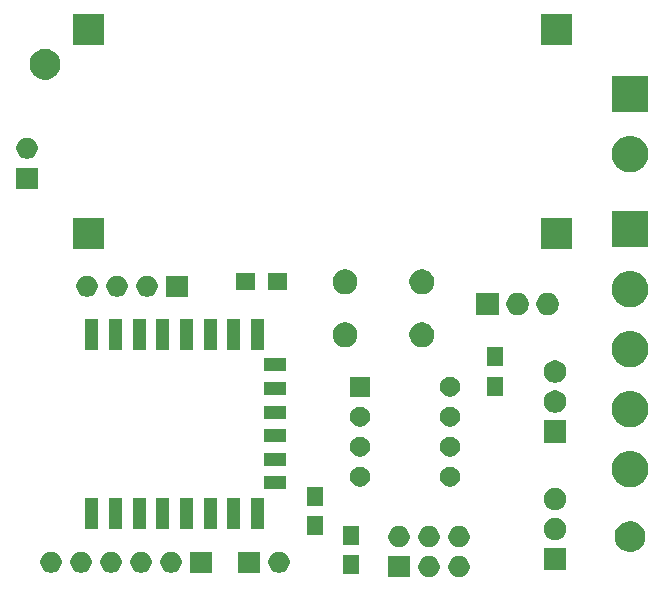
<source format=gts>
G04 #@! TF.GenerationSoftware,KiCad,Pcbnew,(5.1.5)-3*
G04 #@! TF.CreationDate,2020-04-09T15:05:06+03:00*
G04 #@! TF.ProjectId,DCDimmer,44434469-6d6d-4657-922e-6b696361645f,rev?*
G04 #@! TF.SameCoordinates,Original*
G04 #@! TF.FileFunction,Soldermask,Top*
G04 #@! TF.FilePolarity,Negative*
%FSLAX46Y46*%
G04 Gerber Fmt 4.6, Leading zero omitted, Abs format (unit mm)*
G04 Created by KiCad (PCBNEW (5.1.5)-3) date 2020-04-09 15:05:06*
%MOMM*%
%LPD*%
G04 APERTURE LIST*
%ADD10C,0.100000*%
G04 APERTURE END LIST*
D10*
G36*
X137553000Y-119646000D02*
G01*
X135751000Y-119646000D01*
X135751000Y-117844000D01*
X137553000Y-117844000D01*
X137553000Y-119646000D01*
G37*
G36*
X139305512Y-117848927D02*
G01*
X139454812Y-117878624D01*
X139618784Y-117946544D01*
X139766354Y-118045147D01*
X139891853Y-118170646D01*
X139990456Y-118318216D01*
X140058376Y-118482188D01*
X140093000Y-118656259D01*
X140093000Y-118833741D01*
X140058376Y-119007812D01*
X139990456Y-119171784D01*
X139891853Y-119319354D01*
X139766354Y-119444853D01*
X139618784Y-119543456D01*
X139454812Y-119611376D01*
X139305512Y-119641073D01*
X139280742Y-119646000D01*
X139103258Y-119646000D01*
X139078488Y-119641073D01*
X138929188Y-119611376D01*
X138765216Y-119543456D01*
X138617646Y-119444853D01*
X138492147Y-119319354D01*
X138393544Y-119171784D01*
X138325624Y-119007812D01*
X138291000Y-118833741D01*
X138291000Y-118656259D01*
X138325624Y-118482188D01*
X138393544Y-118318216D01*
X138492147Y-118170646D01*
X138617646Y-118045147D01*
X138765216Y-117946544D01*
X138929188Y-117878624D01*
X139078488Y-117848927D01*
X139103258Y-117844000D01*
X139280742Y-117844000D01*
X139305512Y-117848927D01*
G37*
G36*
X141845512Y-117848927D02*
G01*
X141994812Y-117878624D01*
X142158784Y-117946544D01*
X142306354Y-118045147D01*
X142431853Y-118170646D01*
X142530456Y-118318216D01*
X142598376Y-118482188D01*
X142633000Y-118656259D01*
X142633000Y-118833741D01*
X142598376Y-119007812D01*
X142530456Y-119171784D01*
X142431853Y-119319354D01*
X142306354Y-119444853D01*
X142158784Y-119543456D01*
X141994812Y-119611376D01*
X141845512Y-119641073D01*
X141820742Y-119646000D01*
X141643258Y-119646000D01*
X141618488Y-119641073D01*
X141469188Y-119611376D01*
X141305216Y-119543456D01*
X141157646Y-119444853D01*
X141032147Y-119319354D01*
X140933544Y-119171784D01*
X140865624Y-119007812D01*
X140831000Y-118833741D01*
X140831000Y-118656259D01*
X140865624Y-118482188D01*
X140933544Y-118318216D01*
X141032147Y-118170646D01*
X141157646Y-118045147D01*
X141305216Y-117946544D01*
X141469188Y-117878624D01*
X141618488Y-117848927D01*
X141643258Y-117844000D01*
X141820742Y-117844000D01*
X141845512Y-117848927D01*
G37*
G36*
X133264000Y-119399000D02*
G01*
X131912000Y-119399000D01*
X131912000Y-117797000D01*
X133264000Y-117797000D01*
X133264000Y-119399000D01*
G37*
G36*
X120789000Y-119265000D02*
G01*
X118987000Y-119265000D01*
X118987000Y-117463000D01*
X120789000Y-117463000D01*
X120789000Y-119265000D01*
G37*
G36*
X117461512Y-117467927D02*
G01*
X117610812Y-117497624D01*
X117774784Y-117565544D01*
X117922354Y-117664147D01*
X118047853Y-117789646D01*
X118146456Y-117937216D01*
X118214376Y-118101188D01*
X118249000Y-118275259D01*
X118249000Y-118452741D01*
X118214376Y-118626812D01*
X118146456Y-118790784D01*
X118047853Y-118938354D01*
X117922354Y-119063853D01*
X117774784Y-119162456D01*
X117610812Y-119230376D01*
X117461512Y-119260073D01*
X117436742Y-119265000D01*
X117259258Y-119265000D01*
X117234488Y-119260073D01*
X117085188Y-119230376D01*
X116921216Y-119162456D01*
X116773646Y-119063853D01*
X116648147Y-118938354D01*
X116549544Y-118790784D01*
X116481624Y-118626812D01*
X116447000Y-118452741D01*
X116447000Y-118275259D01*
X116481624Y-118101188D01*
X116549544Y-117937216D01*
X116648147Y-117789646D01*
X116773646Y-117664147D01*
X116921216Y-117565544D01*
X117085188Y-117497624D01*
X117234488Y-117467927D01*
X117259258Y-117463000D01*
X117436742Y-117463000D01*
X117461512Y-117467927D01*
G37*
G36*
X114921512Y-117467927D02*
G01*
X115070812Y-117497624D01*
X115234784Y-117565544D01*
X115382354Y-117664147D01*
X115507853Y-117789646D01*
X115606456Y-117937216D01*
X115674376Y-118101188D01*
X115709000Y-118275259D01*
X115709000Y-118452741D01*
X115674376Y-118626812D01*
X115606456Y-118790784D01*
X115507853Y-118938354D01*
X115382354Y-119063853D01*
X115234784Y-119162456D01*
X115070812Y-119230376D01*
X114921512Y-119260073D01*
X114896742Y-119265000D01*
X114719258Y-119265000D01*
X114694488Y-119260073D01*
X114545188Y-119230376D01*
X114381216Y-119162456D01*
X114233646Y-119063853D01*
X114108147Y-118938354D01*
X114009544Y-118790784D01*
X113941624Y-118626812D01*
X113907000Y-118452741D01*
X113907000Y-118275259D01*
X113941624Y-118101188D01*
X114009544Y-117937216D01*
X114108147Y-117789646D01*
X114233646Y-117664147D01*
X114381216Y-117565544D01*
X114545188Y-117497624D01*
X114694488Y-117467927D01*
X114719258Y-117463000D01*
X114896742Y-117463000D01*
X114921512Y-117467927D01*
G37*
G36*
X112381512Y-117467927D02*
G01*
X112530812Y-117497624D01*
X112694784Y-117565544D01*
X112842354Y-117664147D01*
X112967853Y-117789646D01*
X113066456Y-117937216D01*
X113134376Y-118101188D01*
X113169000Y-118275259D01*
X113169000Y-118452741D01*
X113134376Y-118626812D01*
X113066456Y-118790784D01*
X112967853Y-118938354D01*
X112842354Y-119063853D01*
X112694784Y-119162456D01*
X112530812Y-119230376D01*
X112381512Y-119260073D01*
X112356742Y-119265000D01*
X112179258Y-119265000D01*
X112154488Y-119260073D01*
X112005188Y-119230376D01*
X111841216Y-119162456D01*
X111693646Y-119063853D01*
X111568147Y-118938354D01*
X111469544Y-118790784D01*
X111401624Y-118626812D01*
X111367000Y-118452741D01*
X111367000Y-118275259D01*
X111401624Y-118101188D01*
X111469544Y-117937216D01*
X111568147Y-117789646D01*
X111693646Y-117664147D01*
X111841216Y-117565544D01*
X112005188Y-117497624D01*
X112154488Y-117467927D01*
X112179258Y-117463000D01*
X112356742Y-117463000D01*
X112381512Y-117467927D01*
G37*
G36*
X109841512Y-117467927D02*
G01*
X109990812Y-117497624D01*
X110154784Y-117565544D01*
X110302354Y-117664147D01*
X110427853Y-117789646D01*
X110526456Y-117937216D01*
X110594376Y-118101188D01*
X110629000Y-118275259D01*
X110629000Y-118452741D01*
X110594376Y-118626812D01*
X110526456Y-118790784D01*
X110427853Y-118938354D01*
X110302354Y-119063853D01*
X110154784Y-119162456D01*
X109990812Y-119230376D01*
X109841512Y-119260073D01*
X109816742Y-119265000D01*
X109639258Y-119265000D01*
X109614488Y-119260073D01*
X109465188Y-119230376D01*
X109301216Y-119162456D01*
X109153646Y-119063853D01*
X109028147Y-118938354D01*
X108929544Y-118790784D01*
X108861624Y-118626812D01*
X108827000Y-118452741D01*
X108827000Y-118275259D01*
X108861624Y-118101188D01*
X108929544Y-117937216D01*
X109028147Y-117789646D01*
X109153646Y-117664147D01*
X109301216Y-117565544D01*
X109465188Y-117497624D01*
X109614488Y-117467927D01*
X109639258Y-117463000D01*
X109816742Y-117463000D01*
X109841512Y-117467927D01*
G37*
G36*
X107301512Y-117467927D02*
G01*
X107450812Y-117497624D01*
X107614784Y-117565544D01*
X107762354Y-117664147D01*
X107887853Y-117789646D01*
X107986456Y-117937216D01*
X108054376Y-118101188D01*
X108089000Y-118275259D01*
X108089000Y-118452741D01*
X108054376Y-118626812D01*
X107986456Y-118790784D01*
X107887853Y-118938354D01*
X107762354Y-119063853D01*
X107614784Y-119162456D01*
X107450812Y-119230376D01*
X107301512Y-119260073D01*
X107276742Y-119265000D01*
X107099258Y-119265000D01*
X107074488Y-119260073D01*
X106925188Y-119230376D01*
X106761216Y-119162456D01*
X106613646Y-119063853D01*
X106488147Y-118938354D01*
X106389544Y-118790784D01*
X106321624Y-118626812D01*
X106287000Y-118452741D01*
X106287000Y-118275259D01*
X106321624Y-118101188D01*
X106389544Y-117937216D01*
X106488147Y-117789646D01*
X106613646Y-117664147D01*
X106761216Y-117565544D01*
X106925188Y-117497624D01*
X107074488Y-117467927D01*
X107099258Y-117463000D01*
X107276742Y-117463000D01*
X107301512Y-117467927D01*
G37*
G36*
X124853000Y-119265000D02*
G01*
X123051000Y-119265000D01*
X123051000Y-117463000D01*
X124853000Y-117463000D01*
X124853000Y-119265000D01*
G37*
G36*
X126605512Y-117467927D02*
G01*
X126754812Y-117497624D01*
X126918784Y-117565544D01*
X127066354Y-117664147D01*
X127191853Y-117789646D01*
X127290456Y-117937216D01*
X127358376Y-118101188D01*
X127393000Y-118275259D01*
X127393000Y-118452741D01*
X127358376Y-118626812D01*
X127290456Y-118790784D01*
X127191853Y-118938354D01*
X127066354Y-119063853D01*
X126918784Y-119162456D01*
X126754812Y-119230376D01*
X126605512Y-119260073D01*
X126580742Y-119265000D01*
X126403258Y-119265000D01*
X126378488Y-119260073D01*
X126229188Y-119230376D01*
X126065216Y-119162456D01*
X125917646Y-119063853D01*
X125792147Y-118938354D01*
X125693544Y-118790784D01*
X125625624Y-118626812D01*
X125591000Y-118452741D01*
X125591000Y-118275259D01*
X125625624Y-118101188D01*
X125693544Y-117937216D01*
X125792147Y-117789646D01*
X125917646Y-117664147D01*
X126065216Y-117565544D01*
X126229188Y-117497624D01*
X126378488Y-117467927D01*
X126403258Y-117463000D01*
X126580742Y-117463000D01*
X126605512Y-117467927D01*
G37*
G36*
X150811000Y-119061000D02*
G01*
X148909000Y-119061000D01*
X148909000Y-117159000D01*
X150811000Y-117159000D01*
X150811000Y-119061000D01*
G37*
G36*
X156589487Y-114953996D02*
G01*
X156826253Y-115052068D01*
X156826255Y-115052069D01*
X157039339Y-115194447D01*
X157220553Y-115375661D01*
X157307073Y-115505147D01*
X157362932Y-115588747D01*
X157461004Y-115825513D01*
X157511000Y-116076861D01*
X157511000Y-116333139D01*
X157461004Y-116584487D01*
X157380287Y-116779354D01*
X157362931Y-116821255D01*
X157220553Y-117034339D01*
X157039339Y-117215553D01*
X156826255Y-117357931D01*
X156826254Y-117357932D01*
X156826253Y-117357932D01*
X156589487Y-117456004D01*
X156338139Y-117506000D01*
X156081861Y-117506000D01*
X155830513Y-117456004D01*
X155593747Y-117357932D01*
X155593746Y-117357932D01*
X155593745Y-117357931D01*
X155380661Y-117215553D01*
X155199447Y-117034339D01*
X155057069Y-116821255D01*
X155039713Y-116779354D01*
X154958996Y-116584487D01*
X154909000Y-116333139D01*
X154909000Y-116076861D01*
X154958996Y-115825513D01*
X155057068Y-115588747D01*
X155112928Y-115505147D01*
X155199447Y-115375661D01*
X155380661Y-115194447D01*
X155593745Y-115052069D01*
X155593747Y-115052068D01*
X155830513Y-114953996D01*
X156081861Y-114904000D01*
X156338139Y-114904000D01*
X156589487Y-114953996D01*
G37*
G36*
X136765512Y-115308927D02*
G01*
X136914812Y-115338624D01*
X137078784Y-115406544D01*
X137226354Y-115505147D01*
X137351853Y-115630646D01*
X137450456Y-115778216D01*
X137518376Y-115942188D01*
X137553000Y-116116259D01*
X137553000Y-116293741D01*
X137518376Y-116467812D01*
X137450456Y-116631784D01*
X137351853Y-116779354D01*
X137226354Y-116904853D01*
X137078784Y-117003456D01*
X136914812Y-117071376D01*
X136765512Y-117101073D01*
X136740742Y-117106000D01*
X136563258Y-117106000D01*
X136538488Y-117101073D01*
X136389188Y-117071376D01*
X136225216Y-117003456D01*
X136077646Y-116904853D01*
X135952147Y-116779354D01*
X135853544Y-116631784D01*
X135785624Y-116467812D01*
X135751000Y-116293741D01*
X135751000Y-116116259D01*
X135785624Y-115942188D01*
X135853544Y-115778216D01*
X135952147Y-115630646D01*
X136077646Y-115505147D01*
X136225216Y-115406544D01*
X136389188Y-115338624D01*
X136538488Y-115308927D01*
X136563258Y-115304000D01*
X136740742Y-115304000D01*
X136765512Y-115308927D01*
G37*
G36*
X139305512Y-115308927D02*
G01*
X139454812Y-115338624D01*
X139618784Y-115406544D01*
X139766354Y-115505147D01*
X139891853Y-115630646D01*
X139990456Y-115778216D01*
X140058376Y-115942188D01*
X140093000Y-116116259D01*
X140093000Y-116293741D01*
X140058376Y-116467812D01*
X139990456Y-116631784D01*
X139891853Y-116779354D01*
X139766354Y-116904853D01*
X139618784Y-117003456D01*
X139454812Y-117071376D01*
X139305512Y-117101073D01*
X139280742Y-117106000D01*
X139103258Y-117106000D01*
X139078488Y-117101073D01*
X138929188Y-117071376D01*
X138765216Y-117003456D01*
X138617646Y-116904853D01*
X138492147Y-116779354D01*
X138393544Y-116631784D01*
X138325624Y-116467812D01*
X138291000Y-116293741D01*
X138291000Y-116116259D01*
X138325624Y-115942188D01*
X138393544Y-115778216D01*
X138492147Y-115630646D01*
X138617646Y-115505147D01*
X138765216Y-115406544D01*
X138929188Y-115338624D01*
X139078488Y-115308927D01*
X139103258Y-115304000D01*
X139280742Y-115304000D01*
X139305512Y-115308927D01*
G37*
G36*
X141845512Y-115308927D02*
G01*
X141994812Y-115338624D01*
X142158784Y-115406544D01*
X142306354Y-115505147D01*
X142431853Y-115630646D01*
X142530456Y-115778216D01*
X142598376Y-115942188D01*
X142633000Y-116116259D01*
X142633000Y-116293741D01*
X142598376Y-116467812D01*
X142530456Y-116631784D01*
X142431853Y-116779354D01*
X142306354Y-116904853D01*
X142158784Y-117003456D01*
X141994812Y-117071376D01*
X141845512Y-117101073D01*
X141820742Y-117106000D01*
X141643258Y-117106000D01*
X141618488Y-117101073D01*
X141469188Y-117071376D01*
X141305216Y-117003456D01*
X141157646Y-116904853D01*
X141032147Y-116779354D01*
X140933544Y-116631784D01*
X140865624Y-116467812D01*
X140831000Y-116293741D01*
X140831000Y-116116259D01*
X140865624Y-115942188D01*
X140933544Y-115778216D01*
X141032147Y-115630646D01*
X141157646Y-115505147D01*
X141305216Y-115406544D01*
X141469188Y-115338624D01*
X141618488Y-115308927D01*
X141643258Y-115304000D01*
X141820742Y-115304000D01*
X141845512Y-115308927D01*
G37*
G36*
X133264000Y-116899000D02*
G01*
X131912000Y-116899000D01*
X131912000Y-115297000D01*
X133264000Y-115297000D01*
X133264000Y-116899000D01*
G37*
G36*
X150137395Y-114655546D02*
G01*
X150310466Y-114727234D01*
X150310467Y-114727235D01*
X150466227Y-114831310D01*
X150598690Y-114963773D01*
X150598691Y-114963775D01*
X150702766Y-115119534D01*
X150774454Y-115292605D01*
X150811000Y-115476333D01*
X150811000Y-115663667D01*
X150774454Y-115847395D01*
X150702766Y-116020466D01*
X150702765Y-116020467D01*
X150598690Y-116176227D01*
X150466227Y-116308690D01*
X150429639Y-116333137D01*
X150310466Y-116412766D01*
X150137395Y-116484454D01*
X149953667Y-116521000D01*
X149766333Y-116521000D01*
X149582605Y-116484454D01*
X149409534Y-116412766D01*
X149290361Y-116333137D01*
X149253773Y-116308690D01*
X149121310Y-116176227D01*
X149017235Y-116020467D01*
X149017234Y-116020466D01*
X148945546Y-115847395D01*
X148909000Y-115663667D01*
X148909000Y-115476333D01*
X148945546Y-115292605D01*
X149017234Y-115119534D01*
X149121309Y-114963775D01*
X149121310Y-114963773D01*
X149253773Y-114831310D01*
X149409533Y-114727235D01*
X149409534Y-114727234D01*
X149582605Y-114655546D01*
X149766333Y-114619000D01*
X149953667Y-114619000D01*
X150137395Y-114655546D01*
G37*
G36*
X130216000Y-116077000D02*
G01*
X128864000Y-116077000D01*
X128864000Y-114475000D01*
X130216000Y-114475000D01*
X130216000Y-116077000D01*
G37*
G36*
X111201000Y-115561000D02*
G01*
X110099000Y-115561000D01*
X110099000Y-112959000D01*
X111201000Y-112959000D01*
X111201000Y-115561000D01*
G37*
G36*
X113201000Y-115561000D02*
G01*
X112099000Y-115561000D01*
X112099000Y-112959000D01*
X113201000Y-112959000D01*
X113201000Y-115561000D01*
G37*
G36*
X125201000Y-115561000D02*
G01*
X124099000Y-115561000D01*
X124099000Y-112959000D01*
X125201000Y-112959000D01*
X125201000Y-115561000D01*
G37*
G36*
X115201000Y-115561000D02*
G01*
X114099000Y-115561000D01*
X114099000Y-112959000D01*
X115201000Y-112959000D01*
X115201000Y-115561000D01*
G37*
G36*
X119201000Y-115561000D02*
G01*
X118099000Y-115561000D01*
X118099000Y-112959000D01*
X119201000Y-112959000D01*
X119201000Y-115561000D01*
G37*
G36*
X123201000Y-115561000D02*
G01*
X122099000Y-115561000D01*
X122099000Y-112959000D01*
X123201000Y-112959000D01*
X123201000Y-115561000D01*
G37*
G36*
X121201000Y-115561000D02*
G01*
X120099000Y-115561000D01*
X120099000Y-112959000D01*
X121201000Y-112959000D01*
X121201000Y-115561000D01*
G37*
G36*
X117201000Y-115561000D02*
G01*
X116099000Y-115561000D01*
X116099000Y-112959000D01*
X117201000Y-112959000D01*
X117201000Y-115561000D01*
G37*
G36*
X150137395Y-112115546D02*
G01*
X150310466Y-112187234D01*
X150310467Y-112187235D01*
X150466227Y-112291310D01*
X150598690Y-112423773D01*
X150598691Y-112423775D01*
X150702766Y-112579534D01*
X150774454Y-112752605D01*
X150811000Y-112936333D01*
X150811000Y-113123667D01*
X150774454Y-113307395D01*
X150702766Y-113480466D01*
X150702765Y-113480467D01*
X150598690Y-113636227D01*
X150466227Y-113768690D01*
X150387818Y-113821081D01*
X150310466Y-113872766D01*
X150137395Y-113944454D01*
X149953667Y-113981000D01*
X149766333Y-113981000D01*
X149582605Y-113944454D01*
X149409534Y-113872766D01*
X149332182Y-113821081D01*
X149253773Y-113768690D01*
X149121310Y-113636227D01*
X149017235Y-113480467D01*
X149017234Y-113480466D01*
X148945546Y-113307395D01*
X148909000Y-113123667D01*
X148909000Y-112936333D01*
X148945546Y-112752605D01*
X149017234Y-112579534D01*
X149121309Y-112423775D01*
X149121310Y-112423773D01*
X149253773Y-112291310D01*
X149409533Y-112187235D01*
X149409534Y-112187234D01*
X149582605Y-112115546D01*
X149766333Y-112079000D01*
X149953667Y-112079000D01*
X150137395Y-112115546D01*
G37*
G36*
X130216000Y-113577000D02*
G01*
X128864000Y-113577000D01*
X128864000Y-111975000D01*
X130216000Y-111975000D01*
X130216000Y-113577000D01*
G37*
G36*
X127101000Y-112211000D02*
G01*
X125199000Y-112211000D01*
X125199000Y-111109000D01*
X127101000Y-111109000D01*
X127101000Y-112211000D01*
G37*
G36*
X156512585Y-108968802D02*
G01*
X156662410Y-108998604D01*
X156944674Y-109115521D01*
X157198705Y-109285259D01*
X157414741Y-109501295D01*
X157584479Y-109755326D01*
X157701396Y-110037590D01*
X157761000Y-110337240D01*
X157761000Y-110642760D01*
X157701396Y-110942410D01*
X157584479Y-111224674D01*
X157414741Y-111478705D01*
X157198705Y-111694741D01*
X156944674Y-111864479D01*
X156662410Y-111981396D01*
X156512585Y-112011198D01*
X156362761Y-112041000D01*
X156057239Y-112041000D01*
X155907415Y-112011198D01*
X155757590Y-111981396D01*
X155475326Y-111864479D01*
X155221295Y-111694741D01*
X155005259Y-111478705D01*
X154835521Y-111224674D01*
X154718604Y-110942410D01*
X154659000Y-110642760D01*
X154659000Y-110337240D01*
X154718604Y-110037590D01*
X154835521Y-109755326D01*
X155005259Y-109501295D01*
X155221295Y-109285259D01*
X155475326Y-109115521D01*
X155757590Y-108998604D01*
X155907415Y-108968802D01*
X156057239Y-108939000D01*
X156362761Y-108939000D01*
X156512585Y-108968802D01*
G37*
G36*
X133598228Y-110306703D02*
G01*
X133753100Y-110370853D01*
X133892481Y-110463985D01*
X134011015Y-110582519D01*
X134104147Y-110721900D01*
X134168297Y-110876772D01*
X134201000Y-111041184D01*
X134201000Y-111208816D01*
X134168297Y-111373228D01*
X134104147Y-111528100D01*
X134011015Y-111667481D01*
X133892481Y-111786015D01*
X133753100Y-111879147D01*
X133598228Y-111943297D01*
X133433816Y-111976000D01*
X133266184Y-111976000D01*
X133101772Y-111943297D01*
X132946900Y-111879147D01*
X132807519Y-111786015D01*
X132688985Y-111667481D01*
X132595853Y-111528100D01*
X132531703Y-111373228D01*
X132499000Y-111208816D01*
X132499000Y-111041184D01*
X132531703Y-110876772D01*
X132595853Y-110721900D01*
X132688985Y-110582519D01*
X132807519Y-110463985D01*
X132946900Y-110370853D01*
X133101772Y-110306703D01*
X133266184Y-110274000D01*
X133433816Y-110274000D01*
X133598228Y-110306703D01*
G37*
G36*
X141218228Y-110306703D02*
G01*
X141373100Y-110370853D01*
X141512481Y-110463985D01*
X141631015Y-110582519D01*
X141724147Y-110721900D01*
X141788297Y-110876772D01*
X141821000Y-111041184D01*
X141821000Y-111208816D01*
X141788297Y-111373228D01*
X141724147Y-111528100D01*
X141631015Y-111667481D01*
X141512481Y-111786015D01*
X141373100Y-111879147D01*
X141218228Y-111943297D01*
X141053816Y-111976000D01*
X140886184Y-111976000D01*
X140721772Y-111943297D01*
X140566900Y-111879147D01*
X140427519Y-111786015D01*
X140308985Y-111667481D01*
X140215853Y-111528100D01*
X140151703Y-111373228D01*
X140119000Y-111208816D01*
X140119000Y-111041184D01*
X140151703Y-110876772D01*
X140215853Y-110721900D01*
X140308985Y-110582519D01*
X140427519Y-110463985D01*
X140566900Y-110370853D01*
X140721772Y-110306703D01*
X140886184Y-110274000D01*
X141053816Y-110274000D01*
X141218228Y-110306703D01*
G37*
G36*
X127101000Y-110211000D02*
G01*
X125199000Y-110211000D01*
X125199000Y-109109000D01*
X127101000Y-109109000D01*
X127101000Y-110211000D01*
G37*
G36*
X141218228Y-107766703D02*
G01*
X141373100Y-107830853D01*
X141512481Y-107923985D01*
X141631015Y-108042519D01*
X141724147Y-108181900D01*
X141788297Y-108336772D01*
X141821000Y-108501184D01*
X141821000Y-108668816D01*
X141788297Y-108833228D01*
X141724147Y-108988100D01*
X141631015Y-109127481D01*
X141512481Y-109246015D01*
X141373100Y-109339147D01*
X141218228Y-109403297D01*
X141053816Y-109436000D01*
X140886184Y-109436000D01*
X140721772Y-109403297D01*
X140566900Y-109339147D01*
X140427519Y-109246015D01*
X140308985Y-109127481D01*
X140215853Y-108988100D01*
X140151703Y-108833228D01*
X140119000Y-108668816D01*
X140119000Y-108501184D01*
X140151703Y-108336772D01*
X140215853Y-108181900D01*
X140308985Y-108042519D01*
X140427519Y-107923985D01*
X140566900Y-107830853D01*
X140721772Y-107766703D01*
X140886184Y-107734000D01*
X141053816Y-107734000D01*
X141218228Y-107766703D01*
G37*
G36*
X133598228Y-107766703D02*
G01*
X133753100Y-107830853D01*
X133892481Y-107923985D01*
X134011015Y-108042519D01*
X134104147Y-108181900D01*
X134168297Y-108336772D01*
X134201000Y-108501184D01*
X134201000Y-108668816D01*
X134168297Y-108833228D01*
X134104147Y-108988100D01*
X134011015Y-109127481D01*
X133892481Y-109246015D01*
X133753100Y-109339147D01*
X133598228Y-109403297D01*
X133433816Y-109436000D01*
X133266184Y-109436000D01*
X133101772Y-109403297D01*
X132946900Y-109339147D01*
X132807519Y-109246015D01*
X132688985Y-109127481D01*
X132595853Y-108988100D01*
X132531703Y-108833228D01*
X132499000Y-108668816D01*
X132499000Y-108501184D01*
X132531703Y-108336772D01*
X132595853Y-108181900D01*
X132688985Y-108042519D01*
X132807519Y-107923985D01*
X132946900Y-107830853D01*
X133101772Y-107766703D01*
X133266184Y-107734000D01*
X133433816Y-107734000D01*
X133598228Y-107766703D01*
G37*
G36*
X150811000Y-108266000D02*
G01*
X148909000Y-108266000D01*
X148909000Y-106364000D01*
X150811000Y-106364000D01*
X150811000Y-108266000D01*
G37*
G36*
X127101000Y-108211000D02*
G01*
X125199000Y-108211000D01*
X125199000Y-107109000D01*
X127101000Y-107109000D01*
X127101000Y-108211000D01*
G37*
G36*
X156512585Y-103888802D02*
G01*
X156662410Y-103918604D01*
X156944674Y-104035521D01*
X157198705Y-104205259D01*
X157414741Y-104421295D01*
X157584479Y-104675326D01*
X157701396Y-104957590D01*
X157761000Y-105257240D01*
X157761000Y-105562760D01*
X157701396Y-105862410D01*
X157584479Y-106144674D01*
X157414741Y-106398705D01*
X157198705Y-106614741D01*
X156944674Y-106784479D01*
X156662410Y-106901396D01*
X156512585Y-106931198D01*
X156362761Y-106961000D01*
X156057239Y-106961000D01*
X155907415Y-106931198D01*
X155757590Y-106901396D01*
X155475326Y-106784479D01*
X155221295Y-106614741D01*
X155005259Y-106398705D01*
X154835521Y-106144674D01*
X154718604Y-105862410D01*
X154659000Y-105562760D01*
X154659000Y-105257240D01*
X154718604Y-104957590D01*
X154835521Y-104675326D01*
X155005259Y-104421295D01*
X155221295Y-104205259D01*
X155475326Y-104035521D01*
X155757590Y-103918604D01*
X155907415Y-103888802D01*
X156057239Y-103859000D01*
X156362761Y-103859000D01*
X156512585Y-103888802D01*
G37*
G36*
X133598228Y-105226703D02*
G01*
X133753100Y-105290853D01*
X133892481Y-105383985D01*
X134011015Y-105502519D01*
X134104147Y-105641900D01*
X134168297Y-105796772D01*
X134201000Y-105961184D01*
X134201000Y-106128816D01*
X134168297Y-106293228D01*
X134104147Y-106448100D01*
X134011015Y-106587481D01*
X133892481Y-106706015D01*
X133753100Y-106799147D01*
X133598228Y-106863297D01*
X133433816Y-106896000D01*
X133266184Y-106896000D01*
X133101772Y-106863297D01*
X132946900Y-106799147D01*
X132807519Y-106706015D01*
X132688985Y-106587481D01*
X132595853Y-106448100D01*
X132531703Y-106293228D01*
X132499000Y-106128816D01*
X132499000Y-105961184D01*
X132531703Y-105796772D01*
X132595853Y-105641900D01*
X132688985Y-105502519D01*
X132807519Y-105383985D01*
X132946900Y-105290853D01*
X133101772Y-105226703D01*
X133266184Y-105194000D01*
X133433816Y-105194000D01*
X133598228Y-105226703D01*
G37*
G36*
X141218228Y-105226703D02*
G01*
X141373100Y-105290853D01*
X141512481Y-105383985D01*
X141631015Y-105502519D01*
X141724147Y-105641900D01*
X141788297Y-105796772D01*
X141821000Y-105961184D01*
X141821000Y-106128816D01*
X141788297Y-106293228D01*
X141724147Y-106448100D01*
X141631015Y-106587481D01*
X141512481Y-106706015D01*
X141373100Y-106799147D01*
X141218228Y-106863297D01*
X141053816Y-106896000D01*
X140886184Y-106896000D01*
X140721772Y-106863297D01*
X140566900Y-106799147D01*
X140427519Y-106706015D01*
X140308985Y-106587481D01*
X140215853Y-106448100D01*
X140151703Y-106293228D01*
X140119000Y-106128816D01*
X140119000Y-105961184D01*
X140151703Y-105796772D01*
X140215853Y-105641900D01*
X140308985Y-105502519D01*
X140427519Y-105383985D01*
X140566900Y-105290853D01*
X140721772Y-105226703D01*
X140886184Y-105194000D01*
X141053816Y-105194000D01*
X141218228Y-105226703D01*
G37*
G36*
X127101000Y-106211000D02*
G01*
X125199000Y-106211000D01*
X125199000Y-105109000D01*
X127101000Y-105109000D01*
X127101000Y-106211000D01*
G37*
G36*
X150137395Y-103860546D02*
G01*
X150310466Y-103932234D01*
X150310467Y-103932235D01*
X150466227Y-104036310D01*
X150598690Y-104168773D01*
X150598691Y-104168775D01*
X150702766Y-104324534D01*
X150774454Y-104497605D01*
X150811000Y-104681333D01*
X150811000Y-104868667D01*
X150774454Y-105052395D01*
X150702766Y-105225466D01*
X150702765Y-105225467D01*
X150598690Y-105381227D01*
X150466227Y-105513690D01*
X150392788Y-105562760D01*
X150310466Y-105617766D01*
X150137395Y-105689454D01*
X149953667Y-105726000D01*
X149766333Y-105726000D01*
X149582605Y-105689454D01*
X149409534Y-105617766D01*
X149327212Y-105562760D01*
X149253773Y-105513690D01*
X149121310Y-105381227D01*
X149017235Y-105225467D01*
X149017234Y-105225466D01*
X148945546Y-105052395D01*
X148909000Y-104868667D01*
X148909000Y-104681333D01*
X148945546Y-104497605D01*
X149017234Y-104324534D01*
X149121309Y-104168775D01*
X149121310Y-104168773D01*
X149253773Y-104036310D01*
X149409533Y-103932235D01*
X149409534Y-103932234D01*
X149582605Y-103860546D01*
X149766333Y-103824000D01*
X149953667Y-103824000D01*
X150137395Y-103860546D01*
G37*
G36*
X134201000Y-104356000D02*
G01*
X132499000Y-104356000D01*
X132499000Y-102654000D01*
X134201000Y-102654000D01*
X134201000Y-104356000D01*
G37*
G36*
X141218228Y-102686703D02*
G01*
X141373100Y-102750853D01*
X141512481Y-102843985D01*
X141631015Y-102962519D01*
X141724147Y-103101900D01*
X141788297Y-103256772D01*
X141821000Y-103421184D01*
X141821000Y-103588816D01*
X141788297Y-103753228D01*
X141724147Y-103908100D01*
X141631015Y-104047481D01*
X141512481Y-104166015D01*
X141373100Y-104259147D01*
X141218228Y-104323297D01*
X141053816Y-104356000D01*
X140886184Y-104356000D01*
X140721772Y-104323297D01*
X140566900Y-104259147D01*
X140427519Y-104166015D01*
X140308985Y-104047481D01*
X140215853Y-103908100D01*
X140151703Y-103753228D01*
X140119000Y-103588816D01*
X140119000Y-103421184D01*
X140151703Y-103256772D01*
X140215853Y-103101900D01*
X140308985Y-102962519D01*
X140427519Y-102843985D01*
X140566900Y-102750853D01*
X140721772Y-102686703D01*
X140886184Y-102654000D01*
X141053816Y-102654000D01*
X141218228Y-102686703D01*
G37*
G36*
X145456000Y-104286000D02*
G01*
X144104000Y-104286000D01*
X144104000Y-102684000D01*
X145456000Y-102684000D01*
X145456000Y-104286000D01*
G37*
G36*
X127101000Y-104211000D02*
G01*
X125199000Y-104211000D01*
X125199000Y-103109000D01*
X127101000Y-103109000D01*
X127101000Y-104211000D01*
G37*
G36*
X150137395Y-101320546D02*
G01*
X150310466Y-101392234D01*
X150310467Y-101392235D01*
X150466227Y-101496310D01*
X150598690Y-101628773D01*
X150598691Y-101628775D01*
X150702766Y-101784534D01*
X150774454Y-101957605D01*
X150811000Y-102141333D01*
X150811000Y-102328667D01*
X150774454Y-102512395D01*
X150702766Y-102685466D01*
X150702765Y-102685467D01*
X150598690Y-102841227D01*
X150466227Y-102973690D01*
X150387818Y-103026081D01*
X150310466Y-103077766D01*
X150137395Y-103149454D01*
X149953667Y-103186000D01*
X149766333Y-103186000D01*
X149582605Y-103149454D01*
X149409534Y-103077766D01*
X149332182Y-103026081D01*
X149253773Y-102973690D01*
X149121310Y-102841227D01*
X149017235Y-102685467D01*
X149017234Y-102685466D01*
X148945546Y-102512395D01*
X148909000Y-102328667D01*
X148909000Y-102141333D01*
X148945546Y-101957605D01*
X149017234Y-101784534D01*
X149121309Y-101628775D01*
X149121310Y-101628773D01*
X149253773Y-101496310D01*
X149409533Y-101392235D01*
X149409534Y-101392234D01*
X149582605Y-101320546D01*
X149766333Y-101284000D01*
X149953667Y-101284000D01*
X150137395Y-101320546D01*
G37*
G36*
X127101000Y-102211000D02*
G01*
X125199000Y-102211000D01*
X125199000Y-101109000D01*
X127101000Y-101109000D01*
X127101000Y-102211000D01*
G37*
G36*
X156510740Y-98808435D02*
G01*
X156662410Y-98838604D01*
X156944674Y-98955521D01*
X157198705Y-99125259D01*
X157414741Y-99341295D01*
X157584479Y-99595326D01*
X157701396Y-99877590D01*
X157761000Y-100177240D01*
X157761000Y-100482760D01*
X157701396Y-100782410D01*
X157584479Y-101064674D01*
X157414741Y-101318705D01*
X157198705Y-101534741D01*
X156944674Y-101704479D01*
X156662410Y-101821396D01*
X156512585Y-101851198D01*
X156362761Y-101881000D01*
X156057239Y-101881000D01*
X155907415Y-101851198D01*
X155757590Y-101821396D01*
X155475326Y-101704479D01*
X155221295Y-101534741D01*
X155005259Y-101318705D01*
X154835521Y-101064674D01*
X154718604Y-100782410D01*
X154659000Y-100482760D01*
X154659000Y-100177240D01*
X154718604Y-99877590D01*
X154835521Y-99595326D01*
X155005259Y-99341295D01*
X155221295Y-99125259D01*
X155475326Y-98955521D01*
X155757590Y-98838604D01*
X155909260Y-98808435D01*
X156057239Y-98779000D01*
X156362761Y-98779000D01*
X156510740Y-98808435D01*
G37*
G36*
X145456000Y-101786000D02*
G01*
X144104000Y-101786000D01*
X144104000Y-100184000D01*
X145456000Y-100184000D01*
X145456000Y-101786000D01*
G37*
G36*
X117201000Y-100361000D02*
G01*
X116099000Y-100361000D01*
X116099000Y-97759000D01*
X117201000Y-97759000D01*
X117201000Y-100361000D01*
G37*
G36*
X111201000Y-100361000D02*
G01*
X110099000Y-100361000D01*
X110099000Y-97759000D01*
X111201000Y-97759000D01*
X111201000Y-100361000D01*
G37*
G36*
X125201000Y-100361000D02*
G01*
X124099000Y-100361000D01*
X124099000Y-97759000D01*
X125201000Y-97759000D01*
X125201000Y-100361000D01*
G37*
G36*
X123201000Y-100361000D02*
G01*
X122099000Y-100361000D01*
X122099000Y-97759000D01*
X123201000Y-97759000D01*
X123201000Y-100361000D01*
G37*
G36*
X121201000Y-100361000D02*
G01*
X120099000Y-100361000D01*
X120099000Y-97759000D01*
X121201000Y-97759000D01*
X121201000Y-100361000D01*
G37*
G36*
X119201000Y-100361000D02*
G01*
X118099000Y-100361000D01*
X118099000Y-97759000D01*
X119201000Y-97759000D01*
X119201000Y-100361000D01*
G37*
G36*
X115201000Y-100361000D02*
G01*
X114099000Y-100361000D01*
X114099000Y-97759000D01*
X115201000Y-97759000D01*
X115201000Y-100361000D01*
G37*
G36*
X113201000Y-100361000D02*
G01*
X112099000Y-100361000D01*
X112099000Y-97759000D01*
X113201000Y-97759000D01*
X113201000Y-100361000D01*
G37*
G36*
X132386564Y-98104389D02*
G01*
X132577833Y-98183615D01*
X132577835Y-98183616D01*
X132749973Y-98298635D01*
X132896365Y-98445027D01*
X133011385Y-98617167D01*
X133090611Y-98808436D01*
X133131000Y-99011484D01*
X133131000Y-99218516D01*
X133090611Y-99421564D01*
X133018636Y-99595328D01*
X133011384Y-99612835D01*
X132896365Y-99784973D01*
X132749973Y-99931365D01*
X132577835Y-100046384D01*
X132577834Y-100046385D01*
X132577833Y-100046385D01*
X132386564Y-100125611D01*
X132183516Y-100166000D01*
X131976484Y-100166000D01*
X131773436Y-100125611D01*
X131582167Y-100046385D01*
X131582166Y-100046385D01*
X131582165Y-100046384D01*
X131410027Y-99931365D01*
X131263635Y-99784973D01*
X131148616Y-99612835D01*
X131141364Y-99595328D01*
X131069389Y-99421564D01*
X131029000Y-99218516D01*
X131029000Y-99011484D01*
X131069389Y-98808436D01*
X131148615Y-98617167D01*
X131263635Y-98445027D01*
X131410027Y-98298635D01*
X131582165Y-98183616D01*
X131582167Y-98183615D01*
X131773436Y-98104389D01*
X131976484Y-98064000D01*
X132183516Y-98064000D01*
X132386564Y-98104389D01*
G37*
G36*
X138886564Y-98104389D02*
G01*
X139077833Y-98183615D01*
X139077835Y-98183616D01*
X139249973Y-98298635D01*
X139396365Y-98445027D01*
X139511385Y-98617167D01*
X139590611Y-98808436D01*
X139631000Y-99011484D01*
X139631000Y-99218516D01*
X139590611Y-99421564D01*
X139518636Y-99595328D01*
X139511384Y-99612835D01*
X139396365Y-99784973D01*
X139249973Y-99931365D01*
X139077835Y-100046384D01*
X139077834Y-100046385D01*
X139077833Y-100046385D01*
X138886564Y-100125611D01*
X138683516Y-100166000D01*
X138476484Y-100166000D01*
X138273436Y-100125611D01*
X138082167Y-100046385D01*
X138082166Y-100046385D01*
X138082165Y-100046384D01*
X137910027Y-99931365D01*
X137763635Y-99784973D01*
X137648616Y-99612835D01*
X137641364Y-99595328D01*
X137569389Y-99421564D01*
X137529000Y-99218516D01*
X137529000Y-99011484D01*
X137569389Y-98808436D01*
X137648615Y-98617167D01*
X137763635Y-98445027D01*
X137910027Y-98298635D01*
X138082165Y-98183616D01*
X138082167Y-98183615D01*
X138273436Y-98104389D01*
X138476484Y-98064000D01*
X138683516Y-98064000D01*
X138886564Y-98104389D01*
G37*
G36*
X145096000Y-97471000D02*
G01*
X143194000Y-97471000D01*
X143194000Y-95569000D01*
X145096000Y-95569000D01*
X145096000Y-97471000D01*
G37*
G36*
X146962395Y-95605546D02*
G01*
X147135466Y-95677234D01*
X147163331Y-95695853D01*
X147291227Y-95781310D01*
X147423690Y-95913773D01*
X147423691Y-95913775D01*
X147527766Y-96069534D01*
X147599454Y-96242605D01*
X147636000Y-96426333D01*
X147636000Y-96613667D01*
X147599454Y-96797395D01*
X147527766Y-96970466D01*
X147527765Y-96970467D01*
X147423690Y-97126227D01*
X147291227Y-97258690D01*
X147212818Y-97311081D01*
X147135466Y-97362766D01*
X146962395Y-97434454D01*
X146778667Y-97471000D01*
X146591333Y-97471000D01*
X146407605Y-97434454D01*
X146234534Y-97362766D01*
X146157182Y-97311081D01*
X146078773Y-97258690D01*
X145946310Y-97126227D01*
X145842235Y-96970467D01*
X145842234Y-96970466D01*
X145770546Y-96797395D01*
X145734000Y-96613667D01*
X145734000Y-96426333D01*
X145770546Y-96242605D01*
X145842234Y-96069534D01*
X145946309Y-95913775D01*
X145946310Y-95913773D01*
X146078773Y-95781310D01*
X146206669Y-95695853D01*
X146234534Y-95677234D01*
X146407605Y-95605546D01*
X146591333Y-95569000D01*
X146778667Y-95569000D01*
X146962395Y-95605546D01*
G37*
G36*
X149502395Y-95605546D02*
G01*
X149675466Y-95677234D01*
X149703331Y-95695853D01*
X149831227Y-95781310D01*
X149963690Y-95913773D01*
X149963691Y-95913775D01*
X150067766Y-96069534D01*
X150139454Y-96242605D01*
X150176000Y-96426333D01*
X150176000Y-96613667D01*
X150139454Y-96797395D01*
X150067766Y-96970466D01*
X150067765Y-96970467D01*
X149963690Y-97126227D01*
X149831227Y-97258690D01*
X149752818Y-97311081D01*
X149675466Y-97362766D01*
X149502395Y-97434454D01*
X149318667Y-97471000D01*
X149131333Y-97471000D01*
X148947605Y-97434454D01*
X148774534Y-97362766D01*
X148697182Y-97311081D01*
X148618773Y-97258690D01*
X148486310Y-97126227D01*
X148382235Y-96970467D01*
X148382234Y-96970466D01*
X148310546Y-96797395D01*
X148274000Y-96613667D01*
X148274000Y-96426333D01*
X148310546Y-96242605D01*
X148382234Y-96069534D01*
X148486309Y-95913775D01*
X148486310Y-95913773D01*
X148618773Y-95781310D01*
X148746669Y-95695853D01*
X148774534Y-95677234D01*
X148947605Y-95605546D01*
X149131333Y-95569000D01*
X149318667Y-95569000D01*
X149502395Y-95605546D01*
G37*
G36*
X156512585Y-93728802D02*
G01*
X156662410Y-93758604D01*
X156944674Y-93875521D01*
X157198705Y-94045259D01*
X157414741Y-94261295D01*
X157584479Y-94515326D01*
X157674720Y-94733189D01*
X157701396Y-94797591D01*
X157761000Y-95097239D01*
X157761000Y-95402761D01*
X157757017Y-95422784D01*
X157701396Y-95702410D01*
X157584479Y-95984674D01*
X157414741Y-96238705D01*
X157198705Y-96454741D01*
X156944674Y-96624479D01*
X156662410Y-96741396D01*
X156512585Y-96771198D01*
X156362761Y-96801000D01*
X156057239Y-96801000D01*
X155907415Y-96771198D01*
X155757590Y-96741396D01*
X155475326Y-96624479D01*
X155221295Y-96454741D01*
X155005259Y-96238705D01*
X154835521Y-95984674D01*
X154718604Y-95702410D01*
X154662983Y-95422784D01*
X154659000Y-95402761D01*
X154659000Y-95097239D01*
X154718604Y-94797591D01*
X154745280Y-94733189D01*
X154835521Y-94515326D01*
X155005259Y-94261295D01*
X155221295Y-94045259D01*
X155475326Y-93875521D01*
X155757590Y-93758604D01*
X155907415Y-93728802D01*
X156057239Y-93699000D01*
X156362761Y-93699000D01*
X156512585Y-93728802D01*
G37*
G36*
X115429512Y-94099927D02*
G01*
X115578812Y-94129624D01*
X115742784Y-94197544D01*
X115890354Y-94296147D01*
X116015853Y-94421646D01*
X116114456Y-94569216D01*
X116182376Y-94733188D01*
X116217000Y-94907259D01*
X116217000Y-95084741D01*
X116182376Y-95258812D01*
X116114456Y-95422784D01*
X116015853Y-95570354D01*
X115890354Y-95695853D01*
X115742784Y-95794456D01*
X115578812Y-95862376D01*
X115429512Y-95892073D01*
X115404742Y-95897000D01*
X115227258Y-95897000D01*
X115202488Y-95892073D01*
X115053188Y-95862376D01*
X114889216Y-95794456D01*
X114741646Y-95695853D01*
X114616147Y-95570354D01*
X114517544Y-95422784D01*
X114449624Y-95258812D01*
X114415000Y-95084741D01*
X114415000Y-94907259D01*
X114449624Y-94733188D01*
X114517544Y-94569216D01*
X114616147Y-94421646D01*
X114741646Y-94296147D01*
X114889216Y-94197544D01*
X115053188Y-94129624D01*
X115202488Y-94099927D01*
X115227258Y-94095000D01*
X115404742Y-94095000D01*
X115429512Y-94099927D01*
G37*
G36*
X112889512Y-94099927D02*
G01*
X113038812Y-94129624D01*
X113202784Y-94197544D01*
X113350354Y-94296147D01*
X113475853Y-94421646D01*
X113574456Y-94569216D01*
X113642376Y-94733188D01*
X113677000Y-94907259D01*
X113677000Y-95084741D01*
X113642376Y-95258812D01*
X113574456Y-95422784D01*
X113475853Y-95570354D01*
X113350354Y-95695853D01*
X113202784Y-95794456D01*
X113038812Y-95862376D01*
X112889512Y-95892073D01*
X112864742Y-95897000D01*
X112687258Y-95897000D01*
X112662488Y-95892073D01*
X112513188Y-95862376D01*
X112349216Y-95794456D01*
X112201646Y-95695853D01*
X112076147Y-95570354D01*
X111977544Y-95422784D01*
X111909624Y-95258812D01*
X111875000Y-95084741D01*
X111875000Y-94907259D01*
X111909624Y-94733188D01*
X111977544Y-94569216D01*
X112076147Y-94421646D01*
X112201646Y-94296147D01*
X112349216Y-94197544D01*
X112513188Y-94129624D01*
X112662488Y-94099927D01*
X112687258Y-94095000D01*
X112864742Y-94095000D01*
X112889512Y-94099927D01*
G37*
G36*
X110349512Y-94099927D02*
G01*
X110498812Y-94129624D01*
X110662784Y-94197544D01*
X110810354Y-94296147D01*
X110935853Y-94421646D01*
X111034456Y-94569216D01*
X111102376Y-94733188D01*
X111137000Y-94907259D01*
X111137000Y-95084741D01*
X111102376Y-95258812D01*
X111034456Y-95422784D01*
X110935853Y-95570354D01*
X110810354Y-95695853D01*
X110662784Y-95794456D01*
X110498812Y-95862376D01*
X110349512Y-95892073D01*
X110324742Y-95897000D01*
X110147258Y-95897000D01*
X110122488Y-95892073D01*
X109973188Y-95862376D01*
X109809216Y-95794456D01*
X109661646Y-95695853D01*
X109536147Y-95570354D01*
X109437544Y-95422784D01*
X109369624Y-95258812D01*
X109335000Y-95084741D01*
X109335000Y-94907259D01*
X109369624Y-94733188D01*
X109437544Y-94569216D01*
X109536147Y-94421646D01*
X109661646Y-94296147D01*
X109809216Y-94197544D01*
X109973188Y-94129624D01*
X110122488Y-94099927D01*
X110147258Y-94095000D01*
X110324742Y-94095000D01*
X110349512Y-94099927D01*
G37*
G36*
X118757000Y-95897000D02*
G01*
X116955000Y-95897000D01*
X116955000Y-94095000D01*
X118757000Y-94095000D01*
X118757000Y-95897000D01*
G37*
G36*
X132386564Y-93604389D02*
G01*
X132577833Y-93683615D01*
X132577835Y-93683616D01*
X132749973Y-93798635D01*
X132896365Y-93945027D01*
X132963339Y-94045260D01*
X133011385Y-94117167D01*
X133090611Y-94308436D01*
X133131000Y-94511484D01*
X133131000Y-94718516D01*
X133090611Y-94921564D01*
X133017844Y-95097239D01*
X133011384Y-95112835D01*
X132896365Y-95284973D01*
X132749973Y-95431365D01*
X132577835Y-95546384D01*
X132577834Y-95546385D01*
X132577833Y-95546385D01*
X132386564Y-95625611D01*
X132183516Y-95666000D01*
X131976484Y-95666000D01*
X131773436Y-95625611D01*
X131582167Y-95546385D01*
X131582166Y-95546385D01*
X131582165Y-95546384D01*
X131410027Y-95431365D01*
X131263635Y-95284973D01*
X131148616Y-95112835D01*
X131142156Y-95097239D01*
X131069389Y-94921564D01*
X131029000Y-94718516D01*
X131029000Y-94511484D01*
X131069389Y-94308436D01*
X131148615Y-94117167D01*
X131196662Y-94045260D01*
X131263635Y-93945027D01*
X131410027Y-93798635D01*
X131582165Y-93683616D01*
X131582167Y-93683615D01*
X131773436Y-93604389D01*
X131976484Y-93564000D01*
X132183516Y-93564000D01*
X132386564Y-93604389D01*
G37*
G36*
X138886564Y-93604389D02*
G01*
X139077833Y-93683615D01*
X139077835Y-93683616D01*
X139249973Y-93798635D01*
X139396365Y-93945027D01*
X139463339Y-94045260D01*
X139511385Y-94117167D01*
X139590611Y-94308436D01*
X139631000Y-94511484D01*
X139631000Y-94718516D01*
X139590611Y-94921564D01*
X139517844Y-95097239D01*
X139511384Y-95112835D01*
X139396365Y-95284973D01*
X139249973Y-95431365D01*
X139077835Y-95546384D01*
X139077834Y-95546385D01*
X139077833Y-95546385D01*
X138886564Y-95625611D01*
X138683516Y-95666000D01*
X138476484Y-95666000D01*
X138273436Y-95625611D01*
X138082167Y-95546385D01*
X138082166Y-95546385D01*
X138082165Y-95546384D01*
X137910027Y-95431365D01*
X137763635Y-95284973D01*
X137648616Y-95112835D01*
X137642156Y-95097239D01*
X137569389Y-94921564D01*
X137529000Y-94718516D01*
X137529000Y-94511484D01*
X137569389Y-94308436D01*
X137648615Y-94117167D01*
X137696662Y-94045260D01*
X137763635Y-93945027D01*
X137910027Y-93798635D01*
X138082165Y-93683616D01*
X138082167Y-93683615D01*
X138273436Y-93604389D01*
X138476484Y-93564000D01*
X138683516Y-93564000D01*
X138886564Y-93604389D01*
G37*
G36*
X127166000Y-95316000D02*
G01*
X125564000Y-95316000D01*
X125564000Y-93914000D01*
X127166000Y-93914000D01*
X127166000Y-95316000D01*
G37*
G36*
X124466000Y-95316000D02*
G01*
X122864000Y-95316000D01*
X122864000Y-93914000D01*
X124466000Y-93914000D01*
X124466000Y-95316000D01*
G37*
G36*
X111663680Y-91851680D02*
G01*
X109062320Y-91851680D01*
X109062320Y-89250320D01*
X111663680Y-89250320D01*
X111663680Y-91851680D01*
G37*
G36*
X151287680Y-91851680D02*
G01*
X148686320Y-91851680D01*
X148686320Y-89250320D01*
X151287680Y-89250320D01*
X151287680Y-91851680D01*
G37*
G36*
X157761000Y-91721000D02*
G01*
X154659000Y-91721000D01*
X154659000Y-88619000D01*
X157761000Y-88619000D01*
X157761000Y-91721000D01*
G37*
G36*
X106057000Y-86753000D02*
G01*
X104255000Y-86753000D01*
X104255000Y-84951000D01*
X106057000Y-84951000D01*
X106057000Y-86753000D01*
G37*
G36*
X156512585Y-82298802D02*
G01*
X156662410Y-82328604D01*
X156944674Y-82445521D01*
X157198705Y-82615259D01*
X157414741Y-82831295D01*
X157584479Y-83085326D01*
X157701396Y-83367590D01*
X157761000Y-83667240D01*
X157761000Y-83972760D01*
X157701396Y-84272410D01*
X157584479Y-84554674D01*
X157414741Y-84808705D01*
X157198705Y-85024741D01*
X156944674Y-85194479D01*
X156662410Y-85311396D01*
X156512585Y-85341198D01*
X156362761Y-85371000D01*
X156057239Y-85371000D01*
X155907415Y-85341198D01*
X155757590Y-85311396D01*
X155475326Y-85194479D01*
X155221295Y-85024741D01*
X155005259Y-84808705D01*
X154835521Y-84554674D01*
X154718604Y-84272410D01*
X154659000Y-83972760D01*
X154659000Y-83667240D01*
X154718604Y-83367590D01*
X154835521Y-83085326D01*
X155005259Y-82831295D01*
X155221295Y-82615259D01*
X155475326Y-82445521D01*
X155757590Y-82328604D01*
X155907415Y-82298802D01*
X156057239Y-82269000D01*
X156362761Y-82269000D01*
X156512585Y-82298802D01*
G37*
G36*
X105269512Y-82415927D02*
G01*
X105418812Y-82445624D01*
X105582784Y-82513544D01*
X105730354Y-82612147D01*
X105855853Y-82737646D01*
X105954456Y-82885216D01*
X106022376Y-83049188D01*
X106057000Y-83223259D01*
X106057000Y-83400741D01*
X106022376Y-83574812D01*
X105954456Y-83738784D01*
X105855853Y-83886354D01*
X105730354Y-84011853D01*
X105582784Y-84110456D01*
X105418812Y-84178376D01*
X105269512Y-84208073D01*
X105244742Y-84213000D01*
X105067258Y-84213000D01*
X105042488Y-84208073D01*
X104893188Y-84178376D01*
X104729216Y-84110456D01*
X104581646Y-84011853D01*
X104456147Y-83886354D01*
X104357544Y-83738784D01*
X104289624Y-83574812D01*
X104255000Y-83400741D01*
X104255000Y-83223259D01*
X104289624Y-83049188D01*
X104357544Y-82885216D01*
X104456147Y-82737646D01*
X104581646Y-82612147D01*
X104729216Y-82513544D01*
X104893188Y-82445624D01*
X105042488Y-82415927D01*
X105067258Y-82411000D01*
X105244742Y-82411000D01*
X105269512Y-82415927D01*
G37*
G36*
X157761000Y-80291000D02*
G01*
X154659000Y-80291000D01*
X154659000Y-77189000D01*
X157761000Y-77189000D01*
X157761000Y-80291000D01*
G37*
G36*
X107059487Y-74948996D02*
G01*
X107296253Y-75047068D01*
X107296255Y-75047069D01*
X107509339Y-75189447D01*
X107690553Y-75370661D01*
X107832932Y-75583747D01*
X107931004Y-75820513D01*
X107981000Y-76071861D01*
X107981000Y-76328139D01*
X107931004Y-76579487D01*
X107832932Y-76816253D01*
X107832931Y-76816255D01*
X107690553Y-77029339D01*
X107509339Y-77210553D01*
X107296255Y-77352931D01*
X107296254Y-77352932D01*
X107296253Y-77352932D01*
X107059487Y-77451004D01*
X106808139Y-77501000D01*
X106551861Y-77501000D01*
X106300513Y-77451004D01*
X106063747Y-77352932D01*
X106063746Y-77352932D01*
X106063745Y-77352931D01*
X105850661Y-77210553D01*
X105669447Y-77029339D01*
X105527069Y-76816255D01*
X105527068Y-76816253D01*
X105428996Y-76579487D01*
X105379000Y-76328139D01*
X105379000Y-76071861D01*
X105428996Y-75820513D01*
X105527068Y-75583747D01*
X105669447Y-75370661D01*
X105850661Y-75189447D01*
X106063745Y-75047069D01*
X106063747Y-75047068D01*
X106300513Y-74948996D01*
X106551861Y-74899000D01*
X106808139Y-74899000D01*
X107059487Y-74948996D01*
G37*
G36*
X151287680Y-74579680D02*
G01*
X148686320Y-74579680D01*
X148686320Y-71978320D01*
X151287680Y-71978320D01*
X151287680Y-74579680D01*
G37*
G36*
X111663680Y-74579680D02*
G01*
X109062320Y-74579680D01*
X109062320Y-71978320D01*
X111663680Y-71978320D01*
X111663680Y-74579680D01*
G37*
M02*

</source>
